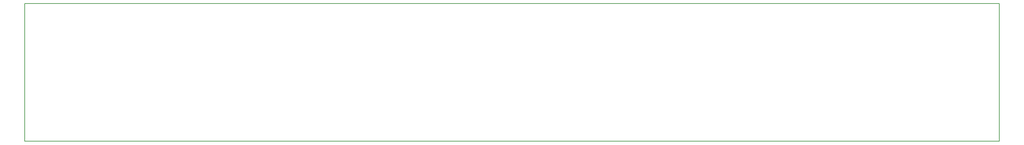
<source format=gbr>
G04 #@! TF.GenerationSoftware,KiCad,Pcbnew,5.0.1-33cea8e~68~ubuntu16.04.1*
G04 #@! TF.CreationDate,2021-06-01T15:02:01-04:00*
G04 #@! TF.ProjectId,mitch,6D697463682E6B696361645F70636200,rev?*
G04 #@! TF.SameCoordinates,Original*
G04 #@! TF.FileFunction,Profile,NP*
%FSLAX46Y46*%
G04 Gerber Fmt 4.6, Leading zero omitted, Abs format (unit mm)*
G04 Created by KiCad (PCBNEW 5.0.1-33cea8e~68~ubuntu16.04.1) date mar 01 jun 2021 15:02:01 -04*
%MOMM*%
%LPD*%
G01*
G04 APERTURE LIST*
%ADD10C,0.150000*%
G04 APERTURE END LIST*
D10*
X282575000Y-53692660D02*
X25400000Y-53692660D01*
X282575000Y-17180160D02*
X282575000Y-53692660D01*
X25400000Y-17180160D02*
X282575000Y-17180160D01*
X25400000Y-17192860D02*
X25400000Y-17180160D01*
X25400000Y-17370660D02*
X25400000Y-17192860D01*
X25400000Y-18132660D02*
X25400000Y-17370660D01*
X25400000Y-53692660D02*
X25400000Y-18132660D01*
M02*

</source>
